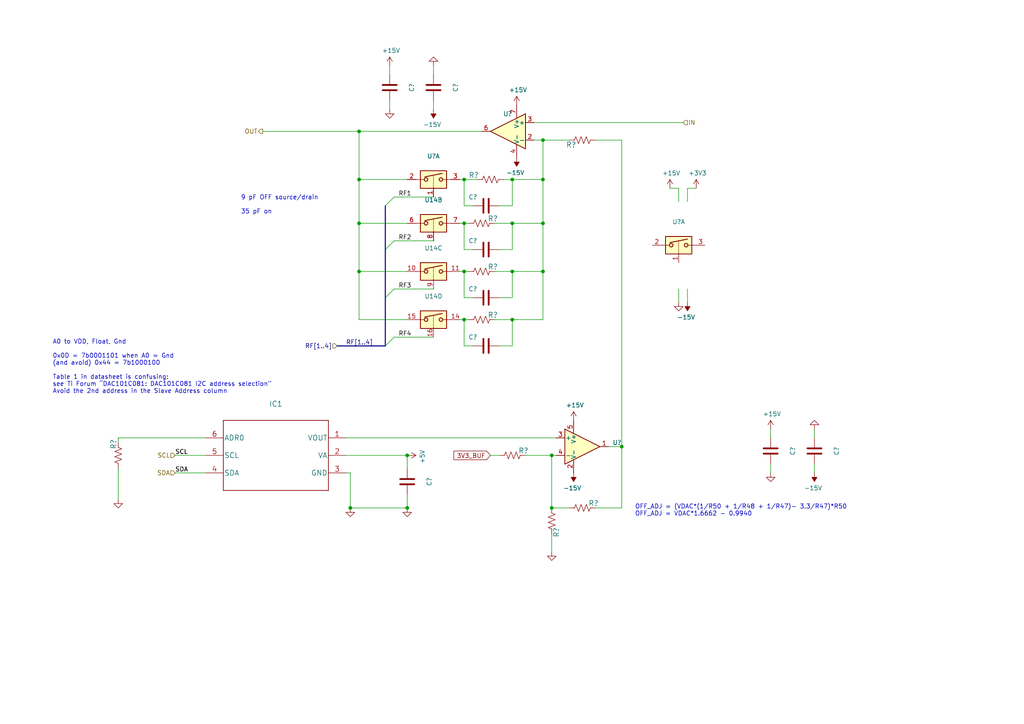
<source format=kicad_sch>
(kicad_sch (version 20211123) (generator eeschema)
  (paper "A4")
  (lib_symbols
    (symbol "Amplifier_Operational:OPA188xxDBV" (pin_names (offset 0.127))
      (property "Reference" "U" (at 0 5.08 0))
      (property "Value" "OPA188xxDBV" (at 0 -5.08 0))
      (symbol "OPA188xxDBV_0_1"
        (polyline (pts (xy -5.08 5.08) (xy 5.08 0) (xy -5.08 -5.08) (xy -5.08 5.08)) (stroke (width 0.254)) (fill (type background)))
        (pin power_in line (at -2.54 -7.62 90) (length 3.81) (name "V-") (number "2"))
        (pin power_in line (at -2.54 7.62 270) (length 3.81) (name "V+") (number "5"))
      )
      (symbol "OPA188xxDBV_1_1"
        (pin output line (at 7.62 0 180) (length 2.54) (name "~") (number "1"))
        (pin input line (at -7.62 2.54 0) (length 2.54) (name "+") (number "3"))
        (pin input line (at -7.62 -2.54 0) (length 2.54) (name "-") (number "4"))
      )
    )
    (symbol "Analog_Switch:DG412xUE" (pin_names (offset 0.254))
      (property "Reference" "U" (at -3.175 5.334 0))
      (property "Value" "DG412xUE" (at -3.175 3.556 0))
      (symbol "DG412xUE_1_1"
        (rectangle (start -3.81 2.54) (end 3.81 -2.54) (stroke (width 0.254)) (fill (type background)))
        (circle (center -2.159 0) (radius 0.508) (stroke (width 0.254)))
        (polyline (pts (xy -5.08 0) (xy -2.794 0)))
        (polyline (pts (xy -2.54 0.762) (xy 2.54 1.778)) (stroke (width 0.254)))
        (polyline (pts (xy 0 -2.54) (xy 0 -2.032)))
        (polyline (pts (xy 0 -1.778) (xy 0 -1.524)))
        (polyline (pts (xy 0 -1.27) (xy 0 -1.016)))
        (polyline (pts (xy 0 -0.762) (xy 0 -0.508)))
        (polyline (pts (xy 0 -0.254) (xy 0 0)))
        (polyline (pts (xy 0 0.254) (xy 0 0.508)))
        (polyline (pts (xy 0 0.762) (xy 0 1.016)))
        (polyline (pts (xy 5.08 0) (xy 2.794 0)))
        (circle (center 2.159 0) (radius 0.508) (stroke (width 0.254)))
        (pin input line (at 0 -5.08 90) (length 2.54) (name "~") (number "1"))
        (pin passive line (at -7.62 0 0) (length 2.54) (name "~") (number "2"))
        (pin passive line (at 7.62 0 180) (length 2.54) (name "~") (number "3"))
      )
      (symbol "DG412xUE_2_1"
        (rectangle (start -3.81 2.54) (end 3.81 -2.54) (stroke (width 0.254)) (fill (type background)))
        (circle (center -2.159 0) (radius 0.508) (stroke (width 0.254)))
        (polyline (pts (xy -5.08 0) (xy -2.794 0)))
        (polyline (pts (xy -2.54 0.762) (xy 2.54 1.778)) (stroke (width 0.254)))
        (polyline (pts (xy 0 -2.54) (xy 0 -2.032)))
        (polyline (pts (xy 0 -1.778) (xy 0 -1.524)))
        (polyline (pts (xy 0 -1.27) (xy 0 -1.016)))
        (polyline (pts (xy 0 -0.762) (xy 0 -0.508)))
        (polyline (pts (xy 0 -0.254) (xy 0 0)))
        (polyline (pts (xy 0 0.254) (xy 0 0.508)))
        (polyline (pts (xy 0 0.762) (xy 0 1.016)))
        (polyline (pts (xy 5.08 0) (xy 2.794 0)))
        (circle (center 2.159 0) (radius 0.508) (stroke (width 0.254)))
        (pin passive line (at -7.62 0 0) (length 2.54) (name "~") (number "6"))
        (pin passive line (at 7.62 0 180) (length 2.54) (name "~") (number "7"))
        (pin input line (at 0 -5.08 90) (length 2.54) (name "~") (number "8"))
      )
      (symbol "DG412xUE_3_1"
        (rectangle (start -3.81 2.54) (end 3.81 -2.54) (stroke (width 0.254)) (fill (type background)))
        (circle (center -2.159 0) (radius 0.508) (stroke (width 0.254)))
        (polyline (pts (xy -5.08 0) (xy -2.794 0)))
        (polyline (pts (xy -2.54 0.762) (xy 2.54 1.778)) (stroke (width 0.254)))
        (polyline (pts (xy 0 -2.54) (xy 0 -2.032)))
        (polyline (pts (xy 0 -1.778) (xy 0 -1.524)))
        (polyline (pts (xy 0 -1.27) (xy 0 -1.016)))
        (polyline (pts (xy 0 -0.762) (xy 0 -0.508)))
        (polyline (pts (xy 0 -0.254) (xy 0 0)))
        (polyline (pts (xy 0 0.254) (xy 0 0.508)))
        (polyline (pts (xy 0 0.762) (xy 0 1.016)))
        (polyline (pts (xy 5.08 0) (xy 2.794 0)))
        (circle (center 2.159 0) (radius 0.508) (stroke (width 0.254)))
        (pin passive line (at -7.62 0 0) (length 2.54) (name "~") (number "10"))
        (pin passive line (at 7.62 0 180) (length 2.54) (name "~") (number "11"))
        (pin input line (at 0 -5.08 90) (length 2.54) (name "~") (number "9"))
      )
      (symbol "DG412xUE_4_1"
        (rectangle (start -3.81 2.54) (end 3.81 -2.54) (stroke (width 0.254)) (fill (type background)))
        (circle (center -2.159 0) (radius 0.508) (stroke (width 0.254)))
        (polyline (pts (xy -5.08 0) (xy -2.794 0)))
        (polyline (pts (xy -2.54 0.762) (xy 2.54 1.778)) (stroke (width 0.254)))
        (polyline (pts (xy 0 -2.54) (xy 0 -2.032)))
        (polyline (pts (xy 0 -1.778) (xy 0 -1.524)))
        (polyline (pts (xy 0 -1.27) (xy 0 -1.016)))
        (polyline (pts (xy 0 -0.762) (xy 0 -0.508)))
        (polyline (pts (xy 0 -0.254) (xy 0 0)))
        (polyline (pts (xy 0 0.254) (xy 0 0.508)))
        (polyline (pts (xy 0 0.762) (xy 0 1.016)))
        (polyline (pts (xy 5.08 0) (xy 2.794 0)))
        (circle (center 2.159 0) (radius 0.508) (stroke (width 0.254)))
        (pin passive line (at 7.62 0 180) (length 2.54) (name "~") (number "14"))
        (pin passive line (at -7.62 0 0) (length 2.54) (name "~") (number "15"))
        (pin input line (at 0 -5.08 90) (length 2.54) (name "~") (number "16"))
      )
      (symbol "DG412xUE_5_0"
        (pin power_in line (at 2.54 12.7 270) (length 2.54) (name "VL") (number "12"))
        (pin power_in line (at 0 12.7 270) (length 2.54) (name "V+") (number "13"))
        (pin power_in line (at 2.54 -12.7 90) (length 2.54) (name "V-") (number "4"))
        (pin power_in line (at 0 -12.7 90) (length 2.54) (name "GND") (number "5"))
      )
      (symbol "DG412xUE_5_1"
        (rectangle (start -3.81 10.16) (end 6.35 -10.16) (stroke (width 0.254)) (fill (type background)))
      )
    )
    (symbol "Device:C" (pin_numbers hide) (pin_names (offset 0.254))
      (property "Reference" "C" (at 0.635 2.54 0))
      (property "Value" "C" (at 0.635 -2.54 0))
      (symbol "C_0_1"
        (polyline (pts (xy -2.032 -0.762) (xy 2.032 -0.762)) (stroke (width 0.508)))
        (polyline (pts (xy -2.032 0.762) (xy 2.032 0.762)) (stroke (width 0.508)))
      )
      (symbol "C_1_1"
        (pin passive line (at 0 3.81 270) (length 2.794) (name "~") (number "1"))
        (pin passive line (at 0 -3.81 90) (length 2.794) (name "~") (number "2"))
      )
    )
    (symbol "Device:R_US" (pin_numbers hide) (pin_names (offset 0))
      (property "Reference" "R" (at 2.54 0 90))
      (property "Value" "R_US" (at -2.54 0 90))
      (symbol "R_US_0_1"
        (polyline (pts (xy 0 -2.286) (xy 0 -2.54)))
        (polyline (pts (xy 0 2.286) (xy 0 2.54)))
        (polyline (pts (xy 0 -0.762) (xy 1.016 -1.143) (xy 0 -1.524) (xy -1.016 -1.905) (xy 0 -2.286)))
        (polyline (pts (xy 0 0.762) (xy 1.016 0.381) (xy 0 0) (xy -1.016 -0.381) (xy 0 -0.762)))
        (polyline (pts (xy 0 2.286) (xy 1.016 1.905) (xy 0 1.524) (xy -1.016 1.143) (xy 0 0.762)))
      )
      (symbol "R_US_1_1"
        (pin passive line (at 0 3.81 270) (length 1.27) (name "~") (number "1"))
        (pin passive line (at 0 -3.81 90) (length 1.27) (name "~") (number "2"))
      )
    )
    (symbol "covg-kicad:DAC101C081CIMK_NOPB" (pin_names (offset 0.254))
      (property "Reference" "U" (at 0 13.97 0))
      (property "Value" "DAC101C081CIMK_NOPB" (at 0 11.43 0))
      (symbol "DAC101C081CIMK_NOPB_1_1"
        (polyline (pts (xy -15.24 -10.16) (xy 15.24 -10.16)) (stroke (width 0.2032)))
        (polyline (pts (xy -15.24 10.16) (xy -15.24 -10.16)) (stroke (width 0.2032)))
        (polyline (pts (xy 15.24 -10.16) (xy 15.24 10.16)) (stroke (width 0.2032)))
        (polyline (pts (xy 15.24 10.16) (xy -15.24 10.16)) (stroke (width 0.2032)))
        (pin output line (at -20.32 5.08 0) (length 5.08) (name "VOUT") (number "1"))
        (pin power_in line (at -20.32 0 0) (length 5.08) (name "VA") (number "2"))
        (pin power_in line (at -20.32 -5.08 0) (length 5.08) (name "GND") (number "3"))
        (pin bidirectional line (at 20.32 -5.08 180) (length 5.08) (name "SDA") (number "4"))
        (pin input line (at 20.32 0 180) (length 5.08) (name "SCL") (number "5"))
        (pin input line (at 20.32 5.08 180) (length 5.08) (name "ADR0") (number "6"))
      )
    )
    (symbol "covg-kicad:OPA828" (pin_names (offset 0.127))
      (property "Reference" "U" (at 0 6.35 0))
      (property "Value" "OPA828" (at 0 3.81 0))
      (symbol "OPA828_0_1"
        (polyline (pts (xy -5.08 5.08) (xy 5.08 0) (xy -5.08 -5.08) (xy -5.08 5.08)) (stroke (width 0.254)) (fill (type background)))
      )
      (symbol "OPA828_1_1"
        (pin no_connect line (at -2.54 2.54 270) (length 2.54) hide (name "NC") (number "1"))
        (pin input line (at -7.62 -2.54 0) (length 2.54) (name "-") (number "2"))
        (pin input line (at -7.62 2.54 0) (length 2.54) (name "+") (number "3"))
        (pin power_in line (at -2.54 -7.62 90) (length 3.81) (name "V-") (number "4"))
        (pin no_connect line (at 0 2.54 270) (length 2.54) hide (name "NC") (number "5"))
        (pin output line (at 7.62 0 180) (length 2.54) (name "~") (number "6"))
        (pin power_in line (at -2.54 7.62 270) (length 3.81) (name "V+") (number "7"))
        (pin no_connect line (at 0 -2.54 90) (length 2.54) hide (name "NC") (number "8"))
      )
    )
    (symbol "power:+15V" (power) (pin_names (offset 0))
      (property "Value" "+15V" (at 0 3.556 0))
      (symbol "+15V_0_1"
        (polyline (pts (xy -0.762 1.27) (xy 0 2.54)))
        (polyline (pts (xy 0 0) (xy 0 2.54)))
        (polyline (pts (xy 0 2.54) (xy 0.762 1.27)))
      )
      (symbol "+15V_1_1"
        (pin power_in line (at 0 0 90) (length 0) hide (name "+15V") (number "1"))
      )
    )
    (symbol "power:+3.3V" (power) (pin_names (offset 0))
      (property "Value" "+3.3V" (at 0 3.556 0))
      (symbol "+3.3V_0_1"
        (polyline (pts (xy -0.762 1.27) (xy 0 2.54)))
        (polyline (pts (xy 0 0) (xy 0 2.54)))
        (polyline (pts (xy 0 2.54) (xy 0.762 1.27)))
      )
      (symbol "+3.3V_1_1"
        (pin power_in line (at 0 0 90) (length 0) hide (name "+3V3") (number "1"))
      )
    )
    (symbol "power:+5V" (power) (pin_names (offset 0))
      (property "Value" "+5V" (at 0 3.556 0))
      (symbol "+5V_0_1"
        (polyline (pts (xy -0.762 1.27) (xy 0 2.54)))
        (polyline (pts (xy 0 0) (xy 0 2.54)))
        (polyline (pts (xy 0 2.54) (xy 0.762 1.27)))
      )
      (symbol "+5V_1_1"
        (pin power_in line (at 0 0 90) (length 0) hide (name "+5V") (number "1"))
      )
    )
    (symbol "power:-15V" (power) (pin_names (offset 0))
      (property "Value" "-15V" (at 0 3.81 0))
      (symbol "-15V_0_0"
        (pin power_in line (at 0 0 90) (length 0) hide (name "-15V") (number "1"))
      )
      (symbol "-15V_0_1"
        (polyline (pts (xy 0 0) (xy 0 1.27) (xy 0.762 1.27) (xy 0 2.54) (xy -0.762 1.27) (xy 0 1.27)) (fill (type outline)))
      )
    )
    (symbol "power:GND" (power) (pin_names (offset 0))
      (property "Value" "GND" (at 0 -3.81 0))
      (symbol "GND_0_1"
        (polyline (pts (xy 0 0) (xy 0 -1.27) (xy 1.27 -1.27) (xy 0 -2.54) (xy -1.27 -1.27) (xy 0 -1.27)))
      )
      (symbol "GND_1_1"
        (pin power_in line (at 0 0 270) (length 0) hide (name "GND") (number "1"))
      )
    )
  )
  (junction (at 118.11 132.08))
  (junction (at 160.02 132.08))
  (junction (at 157.48 52.07))
  (junction (at 134.62 52.07))
  (junction (at 118.11 147.32))
  (junction (at 134.62 78.74))
  (junction (at 104.14 64.77))
  (junction (at 134.62 64.77))
  (junction (at 157.48 64.77))
  (junction (at 157.48 78.74))
  (junction (at 160.02 147.32))
  (junction (at 104.14 78.74))
  (junction (at 104.14 38.1))
  (junction (at 104.14 52.07))
  (junction (at 148.59 52.07))
  (junction (at 157.48 40.64))
  (junction (at 101.6 147.32))
  (junction (at 134.62 92.71))
  (junction (at 180.34 129.54))
  (junction (at 148.59 92.71))
  (junction (at 148.59 78.74))
  (junction (at 148.59 64.77))
  (bus_entry (at 111.76 86.36) (size 2.54 -2.54))
  (bus_entry (at 111.76 72.39) (size 2.54 -2.54))
  (bus_entry (at 114.3 57.15) (size -2.54 2.54))
  (bus_entry (at 114.3 97.79) (size -2.54 2.54))
  (wire (pts (xy 172.72 147.32) (xy 180.34 147.32)))
  (bus (pts (xy 111.76 72.39) (xy 111.76 86.36)))
  (wire (pts (xy 100.33 127) (xy 161.29 127)))
  (wire (pts (xy 135.89 78.74) (xy 134.62 78.74)))
  (wire (pts (xy 160.02 132.08) (xy 160.02 147.32)))
  (wire (pts (xy 118.11 52.07) (xy 104.14 52.07)))
  (wire (pts (xy 133.35 92.71) (xy 134.62 92.71)))
  (wire (pts (xy 146.05 52.07) (xy 148.59 52.07)))
  (wire (pts (xy 100.33 132.08) (xy 118.11 132.08)))
  (wire (pts (xy 144.78 86.36) (xy 148.59 86.36)))
  (wire (pts (xy 154.94 40.64) (xy 157.48 40.64)))
  (wire (pts (xy 135.89 92.71) (xy 134.62 92.71)))
  (wire (pts (xy 137.16 72.39) (xy 134.62 72.39)))
  (wire (pts (xy 223.52 137.16) (xy 223.52 134.62)))
  (wire (pts (xy 134.62 59.69) (xy 134.62 52.07)))
  (bus (pts (xy 111.76 100.33) (xy 97.79 100.33)))
  (wire (pts (xy 148.59 64.77) (xy 157.48 64.77)))
  (wire (pts (xy 125.73 83.82) (xy 114.3 83.82)))
  (wire (pts (xy 157.48 92.71) (xy 157.48 78.74)))
  (wire (pts (xy 134.62 86.36) (xy 134.62 78.74)))
  (wire (pts (xy 160.02 147.32) (xy 165.1 147.32)))
  (wire (pts (xy 34.29 128.27) (xy 34.29 127)))
  (bus (pts (xy 111.76 59.69) (xy 111.76 72.39)))
  (wire (pts (xy 125.73 97.79) (xy 114.3 97.79)))
  (wire (pts (xy 144.78 72.39) (xy 148.59 72.39)))
  (wire (pts (xy 157.48 52.07) (xy 157.48 40.64)))
  (wire (pts (xy 199.39 54.61) (xy 201.93 54.61)))
  (wire (pts (xy 196.85 54.61) (xy 196.85 58.42)))
  (wire (pts (xy 144.78 100.33) (xy 148.59 100.33)))
  (wire (pts (xy 113.03 31.75) (xy 113.03 29.21)))
  (wire (pts (xy 50.8 137.16) (xy 59.69 137.16)))
  (wire (pts (xy 148.59 86.36) (xy 148.59 78.74)))
  (wire (pts (xy 176.53 129.54) (xy 180.34 129.54)))
  (wire (pts (xy 133.35 52.07) (xy 134.62 52.07)))
  (wire (pts (xy 101.6 147.32) (xy 118.11 147.32)))
  (wire (pts (xy 101.6 137.16) (xy 100.33 137.16)))
  (wire (pts (xy 180.34 147.32) (xy 180.34 129.54)))
  (wire (pts (xy 194.31 54.61) (xy 196.85 54.61)))
  (wire (pts (xy 118.11 147.32) (xy 118.11 143.51)))
  (wire (pts (xy 148.59 78.74) (xy 157.48 78.74)))
  (wire (pts (xy 148.59 92.71) (xy 157.48 92.71)))
  (wire (pts (xy 142.24 132.08) (xy 144.78 132.08)))
  (wire (pts (xy 125.73 31.75) (xy 125.73 29.21)))
  (wire (pts (xy 113.03 19.05) (xy 113.03 21.59)))
  (wire (pts (xy 148.59 59.69) (xy 148.59 52.07)))
  (wire (pts (xy 143.51 64.77) (xy 148.59 64.77)))
  (wire (pts (xy 236.22 124.46) (xy 236.22 127)))
  (wire (pts (xy 144.78 59.69) (xy 148.59 59.69)))
  (wire (pts (xy 118.11 92.71) (xy 104.14 92.71)))
  (wire (pts (xy 154.94 35.56) (xy 198.12 35.56)))
  (wire (pts (xy 104.14 92.71) (xy 104.14 78.74)))
  (wire (pts (xy 118.11 78.74) (xy 104.14 78.74)))
  (wire (pts (xy 134.62 72.39) (xy 134.62 64.77)))
  (wire (pts (xy 160.02 154.94) (xy 160.02 160.02)))
  (wire (pts (xy 104.14 64.77) (xy 104.14 52.07)))
  (wire (pts (xy 134.62 100.33) (xy 134.62 92.71)))
  (wire (pts (xy 118.11 64.77) (xy 104.14 64.77)))
  (wire (pts (xy 125.73 19.05) (xy 125.73 21.59)))
  (wire (pts (xy 199.39 87.63) (xy 199.39 83.82)))
  (wire (pts (xy 125.73 57.15) (xy 114.3 57.15)))
  (wire (pts (xy 104.14 38.1) (xy 76.2 38.1)))
  (wire (pts (xy 104.14 52.07) (xy 104.14 38.1)))
  (wire (pts (xy 157.48 64.77) (xy 157.48 52.07)))
  (wire (pts (xy 199.39 54.61) (xy 199.39 58.42)))
  (wire (pts (xy 34.29 135.89) (xy 34.29 144.78)))
  (wire (pts (xy 135.89 64.77) (xy 134.62 64.77)))
  (wire (pts (xy 104.14 78.74) (xy 104.14 64.77)))
  (wire (pts (xy 125.73 69.85) (xy 114.3 69.85)))
  (wire (pts (xy 196.85 87.63) (xy 196.85 83.82)))
  (wire (pts (xy 143.51 78.74) (xy 148.59 78.74)))
  (bus (pts (xy 111.76 86.36) (xy 111.76 100.33)))
  (wire (pts (xy 34.29 127) (xy 59.69 127)))
  (wire (pts (xy 137.16 86.36) (xy 134.62 86.36)))
  (wire (pts (xy 101.6 137.16) (xy 101.6 147.32)))
  (wire (pts (xy 152.4 132.08) (xy 160.02 132.08)))
  (wire (pts (xy 148.59 52.07) (xy 157.48 52.07)))
  (wire (pts (xy 148.59 72.39) (xy 148.59 64.77)))
  (wire (pts (xy 104.14 38.1) (xy 139.7 38.1)))
  (wire (pts (xy 223.52 124.46) (xy 223.52 127)))
  (wire (pts (xy 134.62 64.77) (xy 133.35 64.77)))
  (wire (pts (xy 134.62 78.74) (xy 133.35 78.74)))
  (wire (pts (xy 236.22 137.16) (xy 236.22 134.62)))
  (wire (pts (xy 137.16 59.69) (xy 134.62 59.69)))
  (wire (pts (xy 50.8 132.08) (xy 59.69 132.08)))
  (wire (pts (xy 160.02 132.08) (xy 161.29 132.08)))
  (wire (pts (xy 138.43 52.07) (xy 134.62 52.07)))
  (wire (pts (xy 137.16 100.33) (xy 134.62 100.33)))
  (wire (pts (xy 118.11 132.08) (xy 118.11 135.89)))
  (wire (pts (xy 157.48 78.74) (xy 157.48 64.77)))
  (wire (pts (xy 157.48 40.64) (xy 165.1 40.64)))
  (wire (pts (xy 143.51 92.71) (xy 148.59 92.71)))
  (wire (pts (xy 172.72 40.64) (xy 180.34 40.64)))
  (wire (pts (xy 180.34 40.64) (xy 180.34 129.54)))
  (wire (pts (xy 148.59 100.33) (xy 148.59 92.71)))
  (text "OFF_ADJ = (VDAC*(1/R50 + 1/R48 + 1/R47)- 3.3/R47)*R50\nOFF_ADJ = VDAC*1.6662 - 0.9940" (at 184.15 149.86 0) (effects (font (size 1.27 1.27)) (justify left bottom)))
  (text "A0 to VDD, Float, Gnd\n\n0x0D = 7b0001101 when A0 = Gnd\n(and avoid) 0x44 = 7b1000100\n\nTable 1 in datasheet is confusing: \nsee Ti Forum “DAC101C081: DAC101C081 I2C address selection”\nAvoid the 2nd address in the Slave Address column" (at 15.24 114.3 0) (effects (font (size 1.27 1.27)) (justify left bottom)))
  (text "9 pF OFF source/drain\n\n35 pF on" (at 69.85 62.23 0) (effects (font (size 1.27 1.27)) (justify left bottom)))
  (label "SDA" (at 50.8 137.16 0))
  (label "RF1" (at 115.57 57.15 0))
  (label "RF2" (at 115.57 69.85 0))
  (label "SCL" (at 50.8 132.08 0))
  (label "RF3" (at 115.57 83.82 0))
  (label "SDA" (at 50.8 137.16 0))
  (label "SCL" (at 50.8 132.08 0))
  (label "RF[1..4]" (at 100.33 100.33 0))
  (label "RF4" (at 115.57 97.79 0))
  (global_label "3V3_BUF" (shape input) (at 142.24 132.08 180) (property "Intersheet References" "${INTERSHEET_REFS}" (effects hide)))
  (hierarchical_label "OUT" (shape output) (at 76.2 38.1 180))
  (hierarchical_label "SCL" (shape input) (at 50.8 132.08 180))
  (hierarchical_label "IN" (shape input) (at 198.12 35.56 0))
  (hierarchical_label "SDA" (shape input) (at 50.8 137.16 180))
  (hierarchical_label "RF[1..4]" (shape input) (at 97.79 100.33 180))
  (symbol (lib_id "Analog_Switch:DG412xUE") (at 196.85 71.12 0) (unit 1)
    (property "Reference" "U?" (at 196.85 64.3382 0))
    (property "Datasheet" "https://datasheets.maximintegrated.com/en/ds/DG411-DG413.pdf" (effects hide))
    (property "Manf#" "DG412CUE+" (effects hide))
    (property "Alternate Manf#" "TMUX6111PWR" (effects hide))
    (property "Alternate2 Manf#" "TMUX6112PWR" (effects hide))
  )
  (symbol (lib_id "power:+15V") (at 194.31 54.61 0) (unit 1)
    (property "Reference" "#PWR?" (effects hide))
  )
  (symbol (lib_id "power:-15V") (at 199.39 87.63 180) (unit 1)
    (property "Reference" "#PWR?" (effects hide))
  )
  (symbol (lib_id "Device:C") (at 113.03 25.4 180) (unit 1)
    (property "Reference" "C?" (at 119.4308 25.4 90))
    (property "Manf#" "CC0603MRX7R8BB104" (effects hide))
    (property "Tolerance" "20%" (effects hide))
    (property "voltage" "25V" (effects hide))
  )
  (symbol (lib_id "Device:C") (at 125.73 25.4 180) (unit 1)
    (property "Reference" "C?" (at 132.1308 25.4 90))
    (property "Manf#" "CC0603MRX7R8BB104" (effects hide))
    (property "Tolerance" "20%" (effects hide))
    (property "voltage" "25V" (effects hide))
  )
  (symbol (lib_id "power:GND") (at 113.03 31.75 0) (unit 1)
    (property "Reference" "#PWR?" (effects hide))
  )
  (symbol (lib_id "power:GND") (at 125.73 19.05 180) (unit 1)
    (property "Reference" "#PWR?" (effects hide))
  )
  (symbol (lib_id "power:+15V") (at 113.03 19.05 0) (unit 1)
    (property "Reference" "#PWR?" (effects hide))
  )
  (symbol (lib_id "power:-15V") (at 125.73 31.75 180) (unit 1)
    (property "Reference" "#PWR?" (effects hide))
  )
  (symbol (lib_id "power:GND") (at 196.85 87.63 0) (unit 1)
    (property "Reference" "#PWR?" (effects hide))
  )
  (symbol (lib_id "covg-kicad:OPA828") (at 147.32 38.1 0) (mirror y) (unit 1)
    (property "Reference" "U?" (at 148.59 33.02 0) (effects (justify left)))
    (property "Datasheet" "http://www.ti.com/lit/ds/symlink/opa828.pdf" (effects hide))
    (property "Manf#" "OPA828ID" (effects hide))
    (property "Alternate Manf#" "OPA1641AIDR" (effects hide))
    (property "Alternate2 Manf#" "OPA1655DR" (effects hide))
    (property "Alternate4 Manf#" "AD820BRZ" (effects hide))
    (property "Alternate3 Manf#" "ADA4625-1ARDZ-R7" (effects hide))
  )
  (symbol (lib_id "Device:R_US") (at 168.91 40.64 90) (unit 1)
    (property "Reference" "R?" (at 167.1828 41.9862 90) (effects (font (size 1.4986 1.4986)) (justify left)))
    (property "Manf#" "RC0603FR-073k01L" (effects hide))
    (property "Tolerance" "1%" (effects hide))
  )
  (symbol (lib_id "power:-15V") (at 149.86 45.72 180) (unit 1)
    (property "Reference" "#PWR?" (effects hide))
  )
  (symbol (lib_id "power:+15V") (at 149.86 30.48 0) (unit 1)
    (property "Reference" "#PWR?" (effects hide))
  )
  (symbol (lib_id "Device:R_US") (at 34.29 132.08 0) (unit 1)
    (property "Reference" "R?" (at 32.9438 130.3528 90) (effects (font (size 1.4986 1.4986)) (justify left)))
    (property "Manf#" "RC0603FR-0710KL" (effects hide))
    (property "Tolerance" "5%" (effects hide))
  )
  (symbol (lib_id "power:GND") (at 101.6 147.32 0) (unit 1)
    (property "Reference" "#PWR?" (effects hide))
  )
  (symbol (lib_id "Device:C") (at 118.11 139.7 180) (unit 1)
    (property "Reference" "C?" (at 124.5108 139.7 90))
    (property "Manf#" "CC0603MRX7R8BB104" (effects hide))
    (property "Tolerance" "20%" (effects hide))
    (property "voltage" "25V" (effects hide))
  )
  (symbol (lib_id "power:+5V") (at 118.11 132.08 270) (unit 1)
    (property "Reference" "#PWR?" (effects hide))
  )
  (symbol (lib_id "Amplifier_Operational:OPA188xxDBV") (at 168.91 129.54 0) (unit 1)
    (property "Reference" "U?" (at 177.6476 128.3716 0) (effects (justify left)))
    (property "Datasheet" "http://www.ti.com/lit/ds/symlink/opa188.pdf" (effects hide))
    (property "Manf#" "OPA188AIDBVR" (effects hide))
    (property "Alternate Manf#" "OPA180IDBVT" (effects hide))
    (property "Alternate2 Manf#" "OPA202IDBVT" (effects hide))
  )
  (symbol (lib_id "power:+15V") (at 166.37 121.92 0) (unit 1)
    (property "Reference" "#PWR?" (effects hide))
  )
  (symbol (lib_id "power:-15V") (at 166.37 137.16 180) (unit 1)
    (property "Reference" "#PWR?" (effects hide))
  )
  (symbol (lib_id "Device:R_US") (at 148.59 132.08 270) (unit 1)
    (property "Reference" "R?" (at 150.3172 130.7338 90) (effects (font (size 1.4986 1.4986)) (justify left)))
    (property "Manf#" "RC0603FR-0733K2L" (effects hide))
    (property "Tolerance" "1%" (effects hide))
  )
  (symbol (lib_id "Device:R_US") (at 168.91 147.32 270) (unit 1)
    (property "Reference" "R?" (at 170.6372 145.9738 90) (effects (font (size 1.4986 1.4986)) (justify left)))
    (property "Manf#" "RC0603FR-0710KL" (effects hide))
    (property "Tolerance" "1%" (effects hide))
  )
  (symbol (lib_id "Device:R_US") (at 160.02 151.13 180) (unit 1)
    (property "Reference" "R?" (at 161.3662 152.8572 90) (effects (font (size 1.4986 1.4986)) (justify left)))
    (property "Manf#" "RC0603FR-0727K4L" (effects hide))
    (property "Tolerance" "1%" (effects hide))
  )
  (symbol (lib_id "power:GND") (at 160.02 160.02 0) (unit 1)
    (property "Reference" "#PWR?" (effects hide))
  )
  (symbol (lib_id "Device:C") (at 223.52 130.81 180) (unit 1)
    (property "Reference" "C?" (at 229.9208 130.81 90))
    (property "Manf#" "CC0603MRX7R8BB104" (effects hide))
    (property "Tolerance" "20%" (effects hide))
    (property "voltage" "25V" (effects hide))
  )
  (symbol (lib_id "Device:C") (at 236.22 130.81 180) (unit 1)
    (property "Reference" "C?" (at 242.6208 130.81 90))
    (property "Manf#" "CC0603MRX7R8BB104" (effects hide))
    (property "Tolerance" "20%" (effects hide))
    (property "voltage" "25V" (effects hide))
  )
  (symbol (lib_id "power:GND") (at 223.52 137.16 0) (unit 1)
    (property "Reference" "#PWR?" (effects hide))
  )
  (symbol (lib_id "power:GND") (at 236.22 124.46 180) (unit 1)
    (property "Reference" "#PWR?" (effects hide))
  )
  (symbol (lib_id "power:+15V") (at 223.52 124.46 0) (unit 1)
    (property "Reference" "#PWR?" (effects hide))
  )
  (symbol (lib_id "power:-15V") (at 236.22 137.16 180) (unit 1)
    (property "Reference" "#PWR?" (effects hide))
  )
  (symbol (lib_id "Analog_Switch:DG412xUE") (at 125.73 52.07 0) (unit 1)
    (property "Reference" "U?" (at 125.73 45.2882 0))
    (property "Datasheet" "https://datasheets.maximintegrated.com/en/ds/DG411-DG413.pdf" (effects hide))
    (property "Manf#" "DG412CUE+" (effects hide))
    (property "Alternate Manf#" "TMUX6111PWR" (effects hide))
    (property "Alternate2 Manf#" "TMUX6112PWR" (effects hide))
    (property "Alternate3 Manf#" "TMUX6113PWR" (effects hide))
  )
  (symbol (lib_id "Analog_Switch:DG412xUE") (at 125.73 64.77 0) (unit 2)
    (property "Reference" "U14" (at 125.73 57.9882 0))
    (property "Datasheet" "https://datasheets.maximintegrated.com/en/ds/DG411-DG413.pdf" (effects hide))
  )
  (symbol (lib_id "Analog_Switch:DG412xUE") (at 125.73 78.74 0) (unit 3)
    (property "Reference" "U14" (at 125.73 71.9582 0))
    (property "Datasheet" "https://datasheets.maximintegrated.com/en/ds/DG411-DG413.pdf" (effects hide))
  )
  (symbol (lib_id "Analog_Switch:DG412xUE") (at 125.73 92.71 0) (unit 4)
    (property "Reference" "U14" (at 125.73 85.9282 0))
    (property "Datasheet" "https://datasheets.maximintegrated.com/en/ds/DG411-DG413.pdf" (effects hide))
  )
  (symbol (lib_id "Device:R_US") (at 139.7 64.77 270) (unit 1)
    (property "Reference" "R?" (at 141.4272 63.4238 90) (effects (font (size 1.4986 1.4986)) (justify left)))
    (property "Manf#" "RC0603FR-0712K1L" (effects hide))
    (property "Tolerance" "1%" (effects hide))
  )
  (symbol (lib_id "Device:R_US") (at 139.7 78.74 270) (unit 1)
    (property "Reference" "R?" (at 141.4272 77.3938 90) (effects (font (size 1.4986 1.4986)) (justify left)))
    (property "Manf#" "RC0603FR-0730K1L" (effects hide))
    (property "Tolerance" "1%" (effects hide))
  )
  (symbol (lib_id "Device:R_US") (at 139.7 92.71 270) (unit 1)
    (property "Reference" "R?" (at 141.4272 91.3638 90) (effects (font (size 1.4986 1.4986)) (justify left)))
    (property "Manf#" "RC0603FR-0760k4L" (effects hide))
    (property "Tolerance" "1%" (effects hide))
  )
  (symbol (lib_id "Device:R_US") (at 142.24 52.07 270) (unit 1)
    (property "Reference" "R?" (at 135.89 50.8 90) (effects (font (size 1.4986 1.4986)) (justify left)))
    (property "Manf#" "RC0603FR-073k01L" (effects hide))
    (property "Tolerance" "1%" (effects hide))
  )
  (symbol (lib_id "covg-kicad:DAC101C081CIMK_NOPB") (at 80.01 132.08 0) (mirror y) (unit 1)
    (property "Reference" "IC1" (at 80.01 117.1448 0) (effects (font (size 1.524 1.524))))
    (property "Manf#" "DAC101C081CIMK/NOPB" (effects hide))
    (property "Alternate Manf#" "DAC121C081CIMK/NOPB" (effects hide))
  )
  (symbol (lib_id "power:GND") (at 34.29 144.78 0) (unit 1)
    (property "Reference" "#PWR?" (effects hide))
  )
  (symbol (lib_id "power:+3.3V") (at 201.93 54.61 0) (unit 1)
    (property "Reference" "#PWR0211" (effects hide))
  )
  (symbol (lib_id "power:GND") (at 118.11 147.32 0) (unit 1)
    (property "Reference" "#PWR?" (effects hide))
  )
  (symbol (lib_id "Device:C") (at 140.97 59.69 270) (unit 1)
    (property "Reference" "C?" (at 137.16 57.15 90))
    (property "Manf#" "CC0603FRNPO0BN680" (effects hide))
    (property "Tolerance" "20%" (effects hide))
    (property "voltage" "25V" (effects hide))
  )
  (symbol (lib_id "Device:C") (at 140.97 72.39 270) (unit 1)
    (property "Reference" "C?" (at 137.16 69.85 90))
    (property "Manf#" "CC0603JRNPO9BN200" (effects hide))
    (property "Tolerance" "20%" (effects hide))
    (property "voltage" "25V" (effects hide))
  )
  (symbol (lib_id "Device:C") (at 140.97 86.36 270) (unit 1)
    (property "Reference" "C?" (at 137.16 83.82 90))
    (property "Manf#" "06031A8R0CAT2A" (effects hide))
    (property "Tolerance" "20%" (effects hide))
    (property "voltage" "25V" (effects hide))
  )
  (symbol (lib_id "Device:C") (at 140.97 100.33 270) (unit 1)
    (property "Reference" "C?" (at 137.16 97.79 90))
    (property "Manf#" "CC0603CRNPO9BN4R0" (effects hide))
    (property "Tolerance" "20%" (effects hide))
    (property "voltage" "25V" (effects hide))
  )
)
</source>
